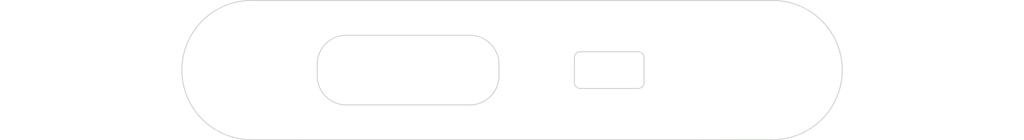
<source format=kicad_pcb>
(kicad_pcb (version 20241229) (generator "pcbnew") (generator_version "9.0")
  (layers (0 "F.Cu" signal) (2 "B.Cu" signal) (13 "F.Paste" user) (15 "B.Paste" user) (5 "F.SilkS" user "F.Silkscreen") (7 "B.SilkS" user "B.Silkscreen") (1 "F.Mask" user) (3 "B.Mask" user) (25 "Edge.Cuts" user))
  (net 0 "")
  (footprint "MountingHole:MountingHole_2.2mm_M2_ISO7380" (layer "F.Cu") (at 24.35 0)
    (property "Reference" "REF**")
    (property "Value" "MountingHole_2.2mm_M2_ISO7380")
    (pad "" np_thru_hole circle (at 0 0) (size 2.2 2.2) (drill 2.2) (layers "*.Cu" "*.Mask"))
  )
  (footprint "MountingHole:MountingHole_2.2mm_M2_ISO7380" (layer "F.Cu") (at -2.6 0)
    (property "Reference" "REF**")
    (property "Value" "MountingHole_2.2mm_M2_ISO7380")
    (pad "" np_thru_hole circle (at 0 0) (size 2.2 2.2) (drill 2.2) (layers "*.Cu" "*.Mask"))
  )
  (gr_line (start 14.1 -0.65) (end 14.1 0.65) (stroke (width 0.05)) (layer "Edge.Cuts"))
  (gr_line (start 0 -3.6) (end -2.6 -3.6) (stroke (width 0.05)) (layer "Edge.Cuts"))
  (gr_line (start 24.35 -3.6) (end 20.75 -3.6) (stroke (width 0.05)) (layer "Edge.Cuts"))
  (gr_arc (start -2.6 3.6) (mid -6.2 0) (end -2.6 -3.6) (stroke (width 0.05)) (layer "Edge.Cuts"))
  (gr_arc (start 10.2 0.3) (mid 9.76066 1.36066) (end 8.7 1.8) (stroke (width 0.05)) (layer "Edge.Cuts"))
  (gr_line (start 14.4 0.95) (end 17.4 0.95) (stroke (width 0.05)) (layer "Edge.Cuts"))
  (gr_arc (start 17.7 0.65) (mid 17.612132 0.862132) (end 17.4 0.95) (stroke (width 0.05)) (layer "Edge.Cuts"))
  (gr_arc (start 2.3 1.8) (mid 1.23934 1.36066) (end 0.8 0.3) (stroke (width 0.05)) (layer "Edge.Cuts"))
  (gr_line (start 2.3 -1.8) (end 8.7 -1.8) (stroke (width 0.05)) (layer "Edge.Cuts"))
  (gr_arc (start 8.7 -1.8) (mid 9.76066 -1.36066) (end 10.2 -0.3) (stroke (width 0.05)) (layer "Edge.Cuts"))
  (gr_arc (start 0.8 -0.3) (mid 1.23934 -1.36066) (end 2.3 -1.8) (stroke (width 0.05)) (layer "Edge.Cuts"))
  (gr_line (start 0 3.6) (end -2.6 3.6) (stroke (width 0.05)) (layer "Edge.Cuts"))
  (gr_arc (start 24.35 -3.6) (mid 27.949911 0.025349) (end 24.299303 3.599643) (stroke (width 0.05)) (layer "Edge.Cuts"))
  (gr_line (start 17.7 0.65) (end 17.7 -0.65) (stroke (width 0.05)) (layer "Edge.Cuts"))
  (gr_line (start 24.299303 3.599643) (end 20.75 3.6) (stroke (width 0.05)) (layer "Edge.Cuts"))
  (gr_line (start 0.8 0.3) (end 0.8 -0.3) (stroke (width 0.05)) (layer "Edge.Cuts"))
  (gr_arc (start 17.4 -0.95) (mid 17.612132 -0.862132) (end 17.7 -0.65) (stroke (width 0.05)) (layer "Edge.Cuts"))
  (gr_line (start 0 -3.6) (end 20.75 -3.6) (stroke (width 0.05)) (layer "Edge.Cuts"))
  (gr_line (start 0 3.6) (end 20.75 3.6) (stroke (width 0.05)) (layer "Edge.Cuts"))
  (gr_line (start 10.2 -0.3) (end 10.2 0.3) (stroke (width 0.05)) (layer "Edge.Cuts"))
  (gr_line (start 17.4 -0.95) (end 14.4 -0.95) (stroke (width 0.05)) (layer "Edge.Cuts"))
  (gr_line (start 8.7 1.8) (end 2.3 1.8) (stroke (width 0.05)) (layer "Edge.Cuts"))
  (gr_arc (start 14.4 0.95) (mid 14.187868 0.862132) (end 14.1 0.65) (stroke (width 0.05)) (layer "Edge.Cuts"))
  (gr_arc (start 14.1 -0.65) (mid 14.187868 -0.862132) (end 14.4 -0.95) (stroke (width 0.05)) (layer "Edge.Cuts"))
)
</source>
